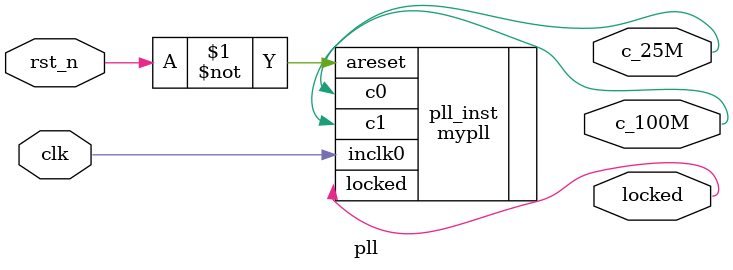
<source format=v>
module pll (clk,rst_n,c_25M,c_100M,locked);

	input	  clk;
	input	  rst_n;
	output 	  c_25M;
	output 	  c_100M;
	output     locked;

	mypll	pll_inst (
	.areset ( ~rst_n ),
	.inclk0 ( clk ),
	.c0 ( c_25M ),
	.c1 ( c_100M ),
	.locked ( locked )
	);


endmodule
</source>
